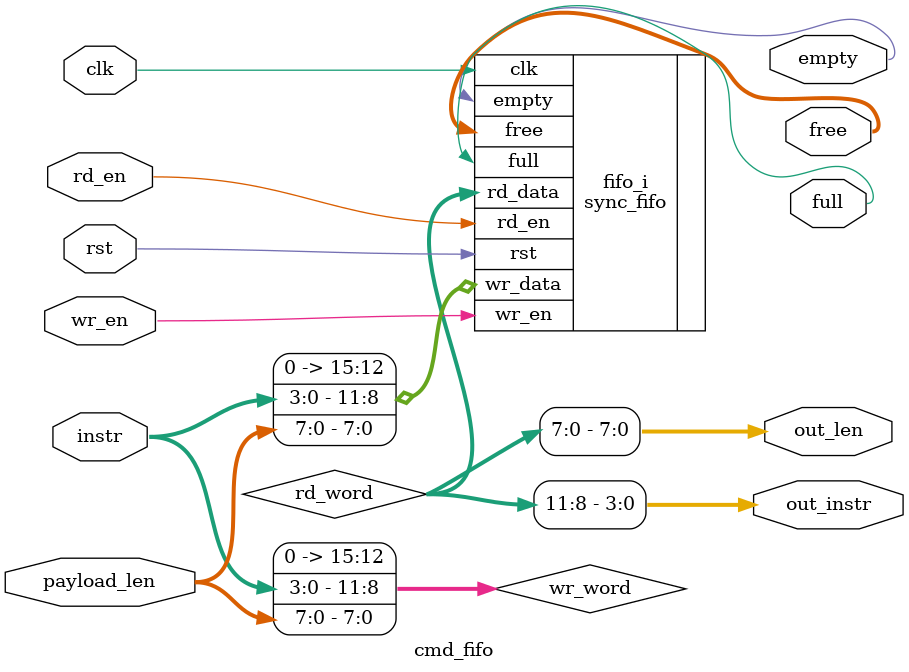
<source format=sv>
module cmd_fifo #(
    parameter int DEPTH = 32
)(
    input  logic        clk,
    input  logic        rst,

    // Write interface
    input  logic        wr_en,
    input  logic [3:0]  instr,
    input  logic [7:0]  payload_len,
    output logic        full,
    output logic [8:0]  free,

    // Read interface
    input  logic        rd_en,
    output logic [3:0]  out_instr,
    output logic [7:0]  out_len,
    output logic        empty
);

    // internal packed word
    logic [15:0] wr_word;
    logic [15:0] rd_word;

    assign wr_word = {4'h0, instr, payload_len}; // upper nibble unused

    // unpack on read
    assign out_instr = rd_word[11:8];
    assign out_len   = rd_word[7:0];

    sync_fifo #(
        .WIDTH(16),
        .DEPTH(DEPTH)
    ) fifo_i (
        .clk(clk),
        .rst(rst),

        .wr_en(wr_en),
        .wr_data(wr_word),
        .full(full),

        .rd_en(rd_en),
        .rd_data(rd_word),
        .empty(empty),

        .free(free)
    );

endmodule

</source>
